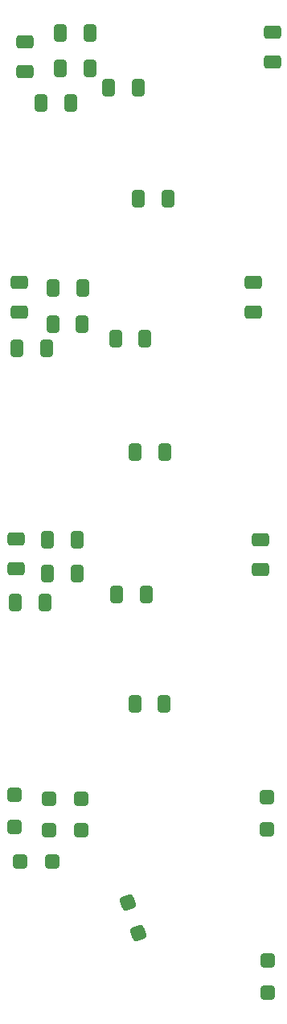
<source format=gbr>
%TF.GenerationSoftware,KiCad,Pcbnew,(6.0.11)*%
%TF.CreationDate,2023-08-05T14:41:11-05:00*%
%TF.ProjectId,SerialResonantFilter,53657269-616c-4526-9573-6f6e616e7446,rev?*%
%TF.SameCoordinates,Original*%
%TF.FileFunction,Paste,Top*%
%TF.FilePolarity,Positive*%
%FSLAX46Y46*%
G04 Gerber Fmt 4.6, Leading zero omitted, Abs format (unit mm)*
G04 Created by KiCad (PCBNEW (6.0.11)) date 2023-08-05 14:41:11*
%MOMM*%
%LPD*%
G01*
G04 APERTURE LIST*
G04 Aperture macros list*
%AMRoundRect*
0 Rectangle with rounded corners*
0 $1 Rounding radius*
0 $2 $3 $4 $5 $6 $7 $8 $9 X,Y pos of 4 corners*
0 Add a 4 corners polygon primitive as box body*
4,1,4,$2,$3,$4,$5,$6,$7,$8,$9,$2,$3,0*
0 Add four circle primitives for the rounded corners*
1,1,$1+$1,$2,$3*
1,1,$1+$1,$4,$5*
1,1,$1+$1,$6,$7*
1,1,$1+$1,$8,$9*
0 Add four rect primitives between the rounded corners*
20,1,$1+$1,$2,$3,$4,$5,0*
20,1,$1+$1,$4,$5,$6,$7,0*
20,1,$1+$1,$6,$7,$8,$9,0*
20,1,$1+$1,$8,$9,$2,$3,0*%
G04 Aperture macros list end*
%ADD10RoundRect,0.381000X-0.381000X0.381000X-0.381000X-0.381000X0.381000X-0.381000X0.381000X0.381000X0*%
%ADD11RoundRect,0.381000X0.381000X0.381000X-0.381000X0.381000X-0.381000X-0.381000X0.381000X-0.381000X0*%
%ADD12RoundRect,0.381000X-0.488333X0.227713X-0.227713X-0.488333X0.488333X-0.227713X0.227713X0.488333X0*%
%ADD13RoundRect,0.250000X-0.412500X-0.650000X0.412500X-0.650000X0.412500X0.650000X-0.412500X0.650000X0*%
%ADD14RoundRect,0.250000X0.412500X0.650000X-0.412500X0.650000X-0.412500X-0.650000X0.412500X-0.650000X0*%
%ADD15RoundRect,0.250000X-0.650000X0.412500X-0.650000X-0.412500X0.650000X-0.412500X0.650000X0.412500X0*%
G04 APERTURE END LIST*
D10*
%TO.C,C28*%
X145125000Y-143055000D03*
X145125000Y-139655000D03*
%TD*%
D11*
%TO.C,C27*%
X122471000Y-129275000D03*
X119071000Y-129275000D03*
%TD*%
D12*
%TO.C,C26*%
X130402616Y-133582754D03*
X131565485Y-136777709D03*
%TD*%
D10*
%TO.C,C25*%
X118445000Y-122241000D03*
X118445000Y-125641000D03*
%TD*%
D11*
%TO.C,C24*%
X122119000Y-122671000D03*
X125519000Y-122671000D03*
%TD*%
%TO.C,C23*%
X122119000Y-125973000D03*
X125519000Y-125973000D03*
%TD*%
D10*
%TO.C,C22*%
X145045000Y-122515000D03*
X145045000Y-125915000D03*
%TD*%
D13*
%TO.C,C21*%
X131184838Y-86168587D03*
X134309838Y-86168587D03*
%TD*%
D14*
%TO.C,C20*%
X121863838Y-75246587D03*
X118738838Y-75246587D03*
%TD*%
D13*
%TO.C,C19*%
X129114338Y-74230587D03*
X132239338Y-74230587D03*
%TD*%
D15*
%TO.C,C18*%
X119031338Y-68350087D03*
X119031338Y-71475087D03*
%TD*%
D14*
%TO.C,C17*%
X125673838Y-68896587D03*
X122548838Y-68896587D03*
%TD*%
%TO.C,C16*%
X125635338Y-72706587D03*
X122510338Y-72706587D03*
%TD*%
D15*
%TO.C,C15*%
X143669338Y-68350087D03*
X143669338Y-71475087D03*
%TD*%
D13*
%TO.C,C14*%
X131146338Y-112711587D03*
X134271338Y-112711587D03*
%TD*%
D14*
%TO.C,C13*%
X121736838Y-102043587D03*
X118611838Y-102043587D03*
%TD*%
D13*
%TO.C,C12*%
X129279838Y-101154587D03*
X132404838Y-101154587D03*
%TD*%
D15*
%TO.C,C11*%
X118650338Y-95312587D03*
X118650338Y-98437587D03*
%TD*%
D14*
%TO.C,C10*%
X125077338Y-95439587D03*
X121952338Y-95439587D03*
%TD*%
%TO.C,C9*%
X125077338Y-98995587D03*
X121952338Y-98995587D03*
%TD*%
D15*
%TO.C,C8*%
X144431338Y-95401087D03*
X144431338Y-98526087D03*
%TD*%
%TO.C,C1*%
X145623338Y-41982087D03*
X145623338Y-45107087D03*
%TD*%
D14*
%TO.C,C2*%
X126435838Y-42044587D03*
X123310838Y-42044587D03*
%TD*%
%TO.C,C3*%
X126435838Y-45794587D03*
X123310838Y-45794587D03*
%TD*%
D15*
%TO.C,C4*%
X119623338Y-42982087D03*
X119623338Y-46107087D03*
%TD*%
D14*
%TO.C,C5*%
X124435838Y-49474587D03*
X121310838Y-49474587D03*
%TD*%
D13*
%TO.C,C6*%
X131560838Y-59544587D03*
X134685838Y-59544587D03*
%TD*%
%TO.C,C7*%
X131515838Y-47814587D03*
X128390838Y-47814587D03*
%TD*%
M02*

</source>
